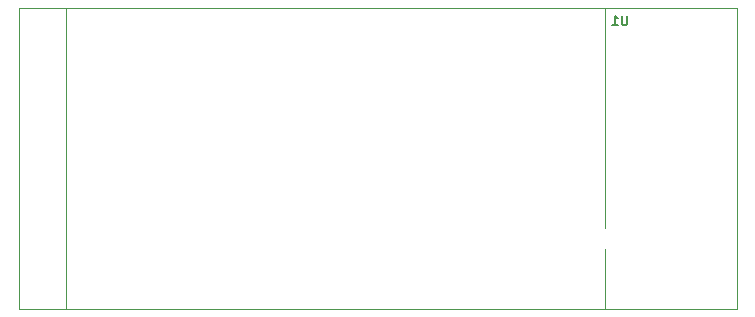
<source format=gbo>
G04 #@! TF.GenerationSoftware,KiCad,Pcbnew,8.0.1-8.0.1-1~ubuntu22.04.1*
G04 #@! TF.CreationDate,2024-09-21T11:56:38+02:00*
G04 #@! TF.ProjectId,NerdNOS,4e657264-4e4f-4532-9e6b-696361645f70,rev?*
G04 #@! TF.SameCoordinates,Original*
G04 #@! TF.FileFunction,Legend,Bot*
G04 #@! TF.FilePolarity,Positive*
%FSLAX46Y46*%
G04 Gerber Fmt 4.6, Leading zero omitted, Abs format (unit mm)*
G04 Created by KiCad (PCBNEW 8.0.1-8.0.1-1~ubuntu22.04.1) date 2024-09-21 11:56:38*
%MOMM*%
%LPD*%
G01*
G04 APERTURE LIST*
%ADD10C,0.150000*%
%ADD11C,0.120000*%
%ADD12R,1.700000X1.700000*%
%ADD13O,1.700000X1.700000*%
%ADD14C,0.650000*%
%ADD15O,2.100000X1.000000*%
%ADD16O,1.800000X1.000000*%
%ADD17C,3.200000*%
%ADD18C,1.700000*%
G04 APERTURE END LIST*
D10*
X131809523Y-54162295D02*
X131809523Y-54809914D01*
X131809523Y-54809914D02*
X131771428Y-54886104D01*
X131771428Y-54886104D02*
X131733333Y-54924200D01*
X131733333Y-54924200D02*
X131657142Y-54962295D01*
X131657142Y-54962295D02*
X131504761Y-54962295D01*
X131504761Y-54962295D02*
X131428571Y-54924200D01*
X131428571Y-54924200D02*
X131390476Y-54886104D01*
X131390476Y-54886104D02*
X131352380Y-54809914D01*
X131352380Y-54809914D02*
X131352380Y-54162295D01*
X130552381Y-54962295D02*
X131009524Y-54962295D01*
X130780952Y-54962295D02*
X130780952Y-54162295D01*
X130780952Y-54162295D02*
X130857143Y-54276580D01*
X130857143Y-54276580D02*
X130933333Y-54352771D01*
X130933333Y-54352771D02*
X131009524Y-54390866D01*
D11*
X84300000Y-53530000D02*
X84300000Y-78930000D01*
X129950000Y-53530000D02*
X129950000Y-78930000D01*
X80300000Y-53485000D02*
X141080000Y-53485000D01*
X141080000Y-78975000D01*
X80300000Y-78975000D01*
X80300000Y-53485000D01*
%LPC*%
D12*
X130340000Y-73100000D03*
D13*
X127800000Y-73100000D03*
D14*
X135985000Y-69080000D03*
X135985000Y-63300000D03*
D15*
X135485000Y-70510000D03*
D16*
X139665000Y-70510000D03*
D15*
X135485000Y-61870000D03*
D16*
X139665000Y-61870000D03*
D17*
X117230000Y-72760000D03*
X91370000Y-59640000D03*
D18*
X89440000Y-77490000D03*
X91980000Y-77890000D03*
X94520000Y-77490000D03*
X97060000Y-77890000D03*
X99600000Y-77490000D03*
X102140000Y-77890000D03*
X104680000Y-77490000D03*
X107220000Y-77890000D03*
X109760000Y-77490000D03*
X112300000Y-77890000D03*
X114840000Y-77490000D03*
X117380000Y-77890000D03*
X117380000Y-54970000D03*
X114840000Y-54570000D03*
X112300000Y-54970000D03*
X109760000Y-54570000D03*
X107220000Y-54970000D03*
X104680000Y-54570000D03*
X102140000Y-54970000D03*
X99600000Y-54570000D03*
X97060000Y-54970000D03*
X94520000Y-54570000D03*
X91980000Y-54970000D03*
X89440000Y-54570000D03*
%LPD*%
M02*

</source>
